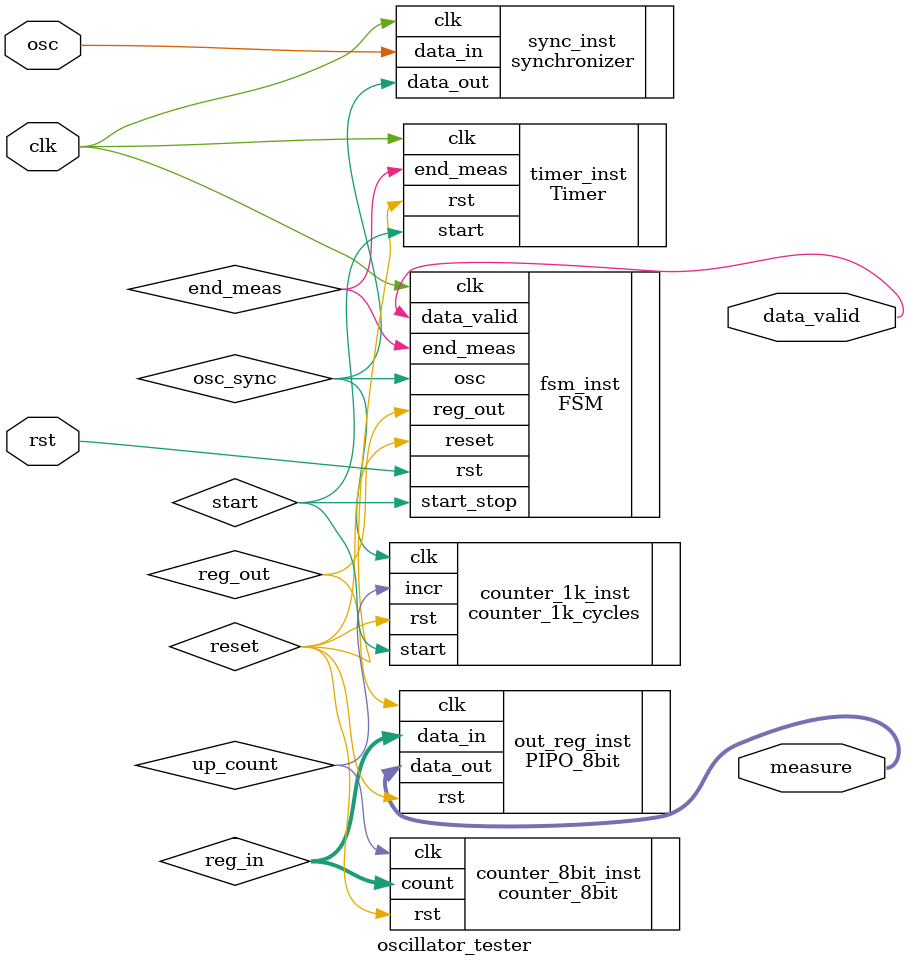
<source format=v>


module oscillator_tester (
    input wire osc,
    input wire clk,
    input wire rst,
    output wire [7:0] measure,
    output wire data_valid
);

wire start, reset, osc_sync, reg_out, up_count, end_meas;
wire [7:0] reg_in;

// Structural description
FSM fsm_inst (
    .osc(osc_sync),
    .rst(rst),
    .clk(clk),
    .end_meas(end_meas),
    .start_stop(start),
    .reset(reset),
    .data_valid(data_valid),
    .reg_out(reg_out)
);

Timer timer_inst (
    .clk(clk),
    .start(start),
    .rst(reset),
    .end_meas(end_meas)
);

synchronizer sync_inst (
    .clk(clk),
    .data_in(osc),
    .data_out(osc_sync)
);

counter_1k_cycles counter_1k_inst (
    .clk(osc_sync),
    .rst(reset),
    .start(start),
    .incr(up_count)
);

counter_8bit counter_8bit_inst (
    .clk(up_count),
    .rst(reset),
    .count(reg_in)
);

PIPO_8bit out_reg_inst (
    .clk(reg_out),
    .rst(reset),
    .data_in(reg_in),
    .data_out(measure)
);

endmodule


</source>
